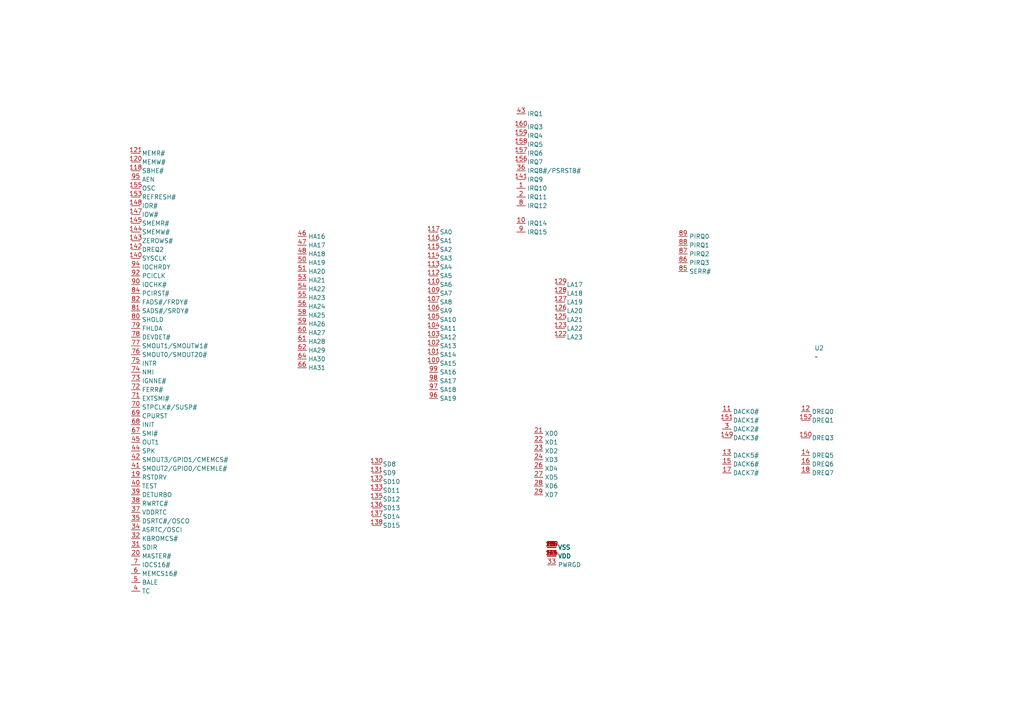
<source format=kicad_sch>
(kicad_sch (version 20250114) (generator "eeschema") (generator_version "9.0")
  (paper "A4")
  (lib_symbols
    (symbol "New_Library:85C497"
      (property "Reference" "U" (at 142.24 128.27 0))
      (symbol "85C497_0_0"
        (pin unspecified line (at 0 134.62 0) (length 2.54) (name "MEMR#") (number "121"))
        (pin unspecified line (at 0 132.08 0) (length 2.54) (name "MEMW#") (number "120"))
        (pin unspecified line (at 0 129.54 0) (length 2.54) (name "SBHE#") (number "118"))
        (pin unspecified line (at 0 127 0) (length 2.54) (name "AEN") (number "95"))
        (pin unspecified line (at 0 124.46 0) (length 2.54) (name "OSC") (number "155"))
        (pin unspecified line (at 0 121.92 0) (length 2.54) (name "REFRESH#") (number "153"))
        (pin unspecified line (at 0 119.38 0) (length 2.54) (name "IOR#") (number "148"))
        (pin unspecified line (at 0 116.84 0) (length 2.54) (name "IOW#") (number "147"))
        (pin unspecified line (at 0 114.3 0) (length 2.54) (name "SMEMR#") (number "145"))
        (pin unspecified line (at 0 111.76 0) (length 2.54) (name "SMEMW#") (number "144"))
        (pin unspecified line (at 0 109.22 0) (length 2.54) (name "ZEROWS#") (number "143"))
        (pin unspecified line (at 0 106.68 0) (length 2.54) (name "DREQ2") (number "142"))
        (pin unspecified line (at 0 104.14 0) (length 2.54) (name "SYSCLK") (number "140"))
        (pin unspecified line (at 0 101.6 0) (length 2.54) (name "IOCHRDY") (number "94"))
        (pin unspecified line (at 0 99.06 0) (length 2.54) (name "PCICLK") (number "92"))
        (pin unspecified line (at 0 96.52 0) (length 2.54) (name "IOCHK#") (number "90"))
        (pin unspecified line (at 0 93.98 0) (length 2.54) (name "PCIRST#") (number "84"))
        (pin unspecified line (at 0 91.44 0) (length 2.54) (name "FADS#/FRDY#") (number "82"))
        (pin unspecified line (at 0 88.9 0) (length 2.54) (name "SADS#/SRDY#") (number "81"))
        (pin unspecified line (at 0 86.36 0) (length 2.54) (name "SHOLD") (number "80"))
        (pin unspecified line (at 0 83.82 0) (length 2.54) (name "FHLDA") (number "79"))
        (pin unspecified line (at 0 81.28 0) (length 2.54) (name "DEVDET#") (number "78"))
        (pin unspecified line (at 0 78.74 0) (length 2.54) (name "SMOUT1/SMOUTW1#") (number "77"))
        (pin unspecified line (at 0 76.2 0) (length 2.54) (name "SMOUT0/SMOUT20#") (number "76"))
        (pin unspecified line (at 0 73.66 0) (length 2.54) (name "INTR") (number "75"))
        (pin unspecified line (at 0 71.12 0) (length 2.54) (name "NMI") (number "74"))
        (pin unspecified line (at 0 68.58 0) (length 2.54) (name "IGNNE#") (number "73"))
        (pin unspecified line (at 0 66.04 0) (length 2.54) (name "FERR#") (number "72"))
        (pin unspecified line (at 0 63.5 0) (length 2.54) (name "EXTSMI#") (number "71"))
        (pin unspecified line (at 0 60.96 0) (length 2.54) (name "STPCLK#/SUSP#") (number "70"))
        (pin unspecified line (at 0 58.42 0) (length 2.54) (name "CPURST") (number "69"))
        (pin unspecified line (at 0 55.88 0) (length 2.54) (name "INIT") (number "68"))
        (pin unspecified line (at 0 53.34 0) (length 2.54) (name "SMI#") (number "67"))
        (pin unspecified line (at 0 50.8 0) (length 2.54) (name "OUT1") (number "45"))
        (pin unspecified line (at 0 48.26 0) (length 2.54) (name "SPK") (number "44"))
        (pin unspecified line (at 0 45.72 0) (length 2.54) (name "SMOUT3/GPIO1/CMEMCS#") (number "42"))
        (pin unspecified line (at 0 43.18 0) (length 2.54) (name "SMOUT2/GPIO0/CMEMLE#") (number "41"))
        (pin unspecified line (at 0 40.64 0) (length 2.54) (name "RSTDRV") (number "19"))
        (pin unspecified line (at 0 38.1 0) (length 2.54) (name "TEST") (number "40"))
        (pin unspecified line (at 0 35.56 0) (length 2.54) (name "DETURBO") (number "39"))
        (pin unspecified line (at 0 33.02 0) (length 2.54) (name "RWRTC#") (number "38"))
        (pin unspecified line (at 0 30.48 0) (length 2.54) (name "VDDRTC") (number "37"))
        (pin unspecified line (at 0 27.94 0) (length 2.54) (name "DSRTC#/OSCO") (number "35"))
        (pin unspecified line (at 0 25.4 0) (length 2.54) (name "ASRTC/OSCI") (number "34"))
        (pin unspecified line (at 0 22.86 0) (length 2.54) (name "KBROMCS#") (number "32"))
        (pin unspecified line (at 0 20.32 0) (length 2.54) (name "SDIR") (number "31"))
        (pin unspecified line (at 0 17.78 0) (length 2.54) (name "MASTER#") (number "20"))
        (pin unspecified line (at 0 15.24 0) (length 2.54) (name "IOCS16#") (number "7"))
        (pin unspecified line (at 0 12.7 0) (length 2.54) (name "MEMCS16#") (number "6"))
        (pin unspecified line (at 0 10.16 0) (length 2.54) (name "BALE") (number "5"))
        (pin unspecified line (at 0 7.62 0) (length 2.54) (name "TC") (number "4"))
        (pin unspecified line (at 48.26 110.49 0) (length 2.54) (name "HA16") (number "46"))
        (pin unspecified line (at 48.26 107.95 0) (length 2.54) (name "HA17") (number "47"))
        (pin unspecified line (at 48.26 105.41 0) (length 2.54) (name "HA18") (number "48"))
        (pin unspecified line (at 48.26 102.87 0) (length 2.54) (name "HA19") (number "50"))
        (pin unspecified line (at 48.26 100.33 0) (length 2.54) (name "HA20") (number "51"))
        (pin unspecified line (at 48.26 97.79 0) (length 2.54) (name "HA21") (number "53"))
        (pin unspecified line (at 48.26 95.25 0) (length 2.54) (name "HA22") (number "54"))
        (pin unspecified line (at 48.26 92.71 0) (length 2.54) (name "HA23") (number "55"))
        (pin unspecified line (at 48.26 90.17 0) (length 2.54) (name "HA24") (number "56"))
        (pin unspecified line (at 48.26 87.63 0) (length 2.54) (name "HA25") (number "58"))
        (pin unspecified line (at 48.26 85.09 0) (length 2.54) (name "HA26") (number "59"))
        (pin unspecified line (at 48.26 82.55 0) (length 2.54) (name "HA27") (number "60"))
        (pin unspecified line (at 48.26 80.01 0) (length 2.54) (name "HA28") (number "61"))
        (pin unspecified line (at 48.26 77.47 0) (length 2.54) (name "HA29") (number "62"))
        (pin unspecified line (at 48.26 74.93 0) (length 2.54) (name "HA30") (number "64"))
        (pin unspecified line (at 48.26 72.39 0) (length 2.54) (name "HA31") (number "66"))
        (pin unspecified line (at 69.85 44.45 0) (length 2.54) (name "SD8") (number "130"))
        (pin unspecified line (at 69.85 41.91 0) (length 2.54) (name "SD9") (number "131"))
        (pin unspecified line (at 69.85 39.37 0) (length 2.54) (name "SD10") (number "132"))
        (pin unspecified line (at 69.85 36.83 0) (length 2.54) (name "SD11") (number "133"))
        (pin unspecified line (at 69.85 34.29 0) (length 2.54) (name "SD12") (number "135"))
        (pin unspecified line (at 69.85 31.75 0) (length 2.54) (name "SD13") (number "136"))
        (pin unspecified line (at 69.85 29.21 0) (length 2.54) (name "SD14") (number "137"))
        (pin unspecified line (at 69.85 26.67 0) (length 2.54) (name "SD15") (number "138"))
        (pin unspecified line (at 86.36 111.76 0) (length 2.54) (name "SA0") (number "117"))
        (pin unspecified line (at 86.36 109.22 0) (length 2.54) (name "SA1") (number "116"))
        (pin unspecified line (at 86.36 106.68 0) (length 2.54) (name "SA2") (number "115"))
        (pin unspecified line (at 86.36 104.14 0) (length 2.54) (name "SA3") (number "114"))
        (pin unspecified line (at 86.36 101.6 0) (length 2.54) (name "SA4") (number "113"))
        (pin unspecified line (at 86.36 99.06 0) (length 2.54) (name "SA5") (number "112"))
        (pin unspecified line (at 86.36 96.52 0) (length 2.54) (name "SA6") (number "110"))
        (pin unspecified line (at 86.36 93.98 0) (length 2.54) (name "SA7") (number "109"))
        (pin unspecified line (at 86.36 91.44 0) (length 2.54) (name "SA8") (number "107"))
        (pin unspecified line (at 86.36 88.9 0) (length 2.54) (name "SA9") (number "106"))
        (pin unspecified line (at 86.36 86.36 0) (length 2.54) (name "SA10") (number "105"))
        (pin unspecified line (at 86.36 83.82 0) (length 2.54) (name "SA11") (number "104"))
        (pin unspecified line (at 86.36 81.28 0) (length 2.54) (name "SA12") (number "103"))
        (pin unspecified line (at 86.36 78.74 0) (length 2.54) (name "SA13") (number "102"))
        (pin unspecified line (at 86.36 76.2 0) (length 2.54) (name "SA14") (number "101"))
        (pin unspecified line (at 86.36 73.66 0) (length 2.54) (name "SA15") (number "100"))
        (pin unspecified line (at 86.36 71.12 0) (length 2.54) (name "SA16") (number "99"))
        (pin unspecified line (at 86.36 68.58 0) (length 2.54) (name "SA17") (number "98"))
        (pin unspecified line (at 86.36 66.04 0) (length 2.54) (name "SA18") (number "97"))
        (pin unspecified line (at 86.36 63.5 0) (length 2.54) (name "SA19") (number "96"))
        (pin unspecified line (at 111.76 146.05 0) (length 2.54) (name "IRQ1") (number "43"))
        (pin unspecified line (at 111.76 142.24 0) (length 2.54) (name "IRQ3") (number "160"))
        (pin unspecified line (at 111.76 139.7 0) (length 2.54) (name "IRQ4") (number "159"))
        (pin unspecified line (at 111.76 137.16 0) (length 2.54) (name "IRQ5") (number "158"))
        (pin unspecified line (at 111.76 134.62 0) (length 2.54) (name "IRQ6") (number "157"))
        (pin unspecified line (at 111.76 132.08 0) (length 2.54) (name "IRQ7") (number "156"))
        (pin unspecified line (at 111.76 129.54 0) (length 2.54) (name "IRQ8#/PSRSTB#") (number "36"))
        (pin unspecified line (at 111.76 127 0) (length 2.54) (name "IRQ9") (number "141"))
        (pin unspecified line (at 111.76 124.46 0) (length 2.54) (name "IRQ10") (number "1"))
        (pin unspecified line (at 111.76 121.92 0) (length 2.54) (name "IRQ11") (number "2"))
        (pin unspecified line (at 111.76 119.38 0) (length 2.54) (name "IRQ12") (number "8"))
        (pin unspecified line (at 111.76 114.3 0) (length 2.54) (name "IRQ14") (number "10"))
        (pin unspecified line (at 111.76 111.76 0) (length 2.54) (name "IRQ15") (number "9"))
        (pin unspecified line (at 116.84 53.34 0) (length 2.54) (name "XD0") (number "21"))
        (pin unspecified line (at 116.84 50.8 0) (length 2.54) (name "XD1") (number "22"))
        (pin unspecified line (at 116.84 48.26 0) (length 2.54) (name "XD2") (number "23"))
        (pin unspecified line (at 116.84 45.72 0) (length 2.54) (name "XD3") (number "24"))
        (pin unspecified line (at 116.84 43.18 0) (length 2.54) (name "XD4") (number "26"))
        (pin unspecified line (at 116.84 40.64 0) (length 2.54) (name "XD5") (number "27"))
        (pin unspecified line (at 116.84 38.1 0) (length 2.54) (name "XD6") (number "28"))
        (pin unspecified line (at 116.84 35.56 0) (length 2.54) (name "XD7") (number "29"))
        (pin unspecified line (at 120.65 20.32 0) (length 2.54) (name "VSS") (number "108"))
        (pin unspecified line (at 120.65 20.32 0) (length 2.54) (name "VSS") (number "119"))
        (pin unspecified line (at 120.65 20.32 0) (length 2.54) (name "VSS") (number "134"))
        (pin unspecified line (at 120.65 20.32 0) (length 2.54) (name "VSS") (number "139"))
        (pin unspecified line (at 120.65 20.32 0) (length 2.54) (name "VSS") (number "154"))
        (pin unspecified line (at 120.65 20.32 0) (length 2.54) (name "VSS") (number "30"))
        (pin unspecified line (at 120.65 20.32 0) (length 2.54) (name "VSS") (number "49"))
        (pin unspecified line (at 120.65 20.32 0) (length 2.54) (name "VSS") (number "57"))
        (pin unspecified line (at 120.65 20.32 0) (length 2.54) (name "VSS") (number "65"))
        (pin unspecified line (at 120.65 20.32 0) (length 2.54) (name "VSS") (number "83"))
        (pin unspecified line (at 120.65 20.32 0) (length 2.54) (name "VSS") (number "91"))
        (pin unspecified line (at 120.65 17.78 0) (length 2.54) (name "VDD") (number "111"))
        (pin unspecified line (at 120.65 17.78 0) (length 2.54) (name "VDD") (number "124"))
        (pin unspecified line (at 120.65 17.78 0) (length 2.54) (name "VDD") (number "146"))
        (pin unspecified line (at 120.65 17.78 0) (length 2.54) (name "VDD") (number "25"))
        (pin unspecified line (at 120.65 17.78 0) (length 2.54) (name "VDD") (number "52"))
        (pin unspecified line (at 120.65 17.78 0) (length 2.54) (name "VDD") (number "63"))
        (pin unspecified line (at 120.65 17.78 0) (length 2.54) (name "VDD") (number "93"))
        (pin unspecified line (at 120.65 15.24 0) (length 2.54) (name "PWRGD") (number "33"))
        (pin unspecified line (at 123.19 96.52 0) (length 2.54) (name "LA17") (number "129"))
        (pin unspecified line (at 123.19 93.98 0) (length 2.54) (name "LA18") (number "128"))
        (pin unspecified line (at 123.19 91.44 0) (length 2.54) (name "LA19") (number "127"))
        (pin unspecified line (at 123.19 88.9 0) (length 2.54) (name "LA20") (number "126"))
        (pin unspecified line (at 123.19 86.36 0) (length 2.54) (name "LA21") (number "125"))
        (pin unspecified line (at 123.19 83.82 0) (length 2.54) (name "LA22") (number "123"))
        (pin unspecified line (at 123.19 81.28 0) (length 2.54) (name "LA23") (number "122"))
        (pin unspecified line (at 158.75 110.49 0) (length 2.54) (name "PIRQ0") (number "89"))
        (pin unspecified line (at 158.75 107.95 0) (length 2.54) (name "PIRQ1") (number "88"))
        (pin unspecified line (at 158.75 105.41 0) (length 2.54) (name "PIRQ2") (number "87"))
        (pin unspecified line (at 158.75 102.87 0) (length 2.54) (name "PIRQ3") (number "86"))
        (pin unspecified line (at 158.75 100.33 0) (length 2.54) (name "SERR#") (number "85"))
        (pin unspecified line (at 171.45 59.69 0) (length 2.54) (name "DACK0#") (number "11"))
        (pin unspecified line (at 171.45 57.15 0) (length 2.54) (name "DACK1#") (number "151"))
        (pin unspecified line (at 171.45 54.61 0) (length 2.54) (name "DACK2#") (number "3"))
        (pin unspecified line (at 171.45 52.07 0) (length 2.54) (name "DACK3#") (number "149"))
        (pin unspecified line (at 171.45 46.99 0) (length 2.54) (name "DACK5#") (number "13"))
        (pin unspecified line (at 171.45 44.45 0) (length 2.54) (name "DACK6#") (number "15"))
        (pin unspecified line (at 171.45 41.91 0) (length 2.54) (name "DACK7#") (number "17"))
        (pin unspecified line (at 194.31 59.69 0) (length 2.54) (name "DREQ0") (number "12"))
        (pin unspecified line (at 194.31 57.15 0) (length 2.54) (name "DREQ1") (number "152"))
        (pin unspecified line (at 194.31 52.07 0) (length 2.54) (name "DREQ3") (number "150"))
        (pin unspecified line (at 194.31 46.99 0) (length 2.54) (name "DREQ5") (number "14"))
        (pin unspecified line (at 194.31 44.45 0) (length 2.54) (name "DREQ6") (number "16"))
        (pin unspecified line (at 194.31 41.91 0) (length 2.54) (name "DREQ7") (number "18"))
      )
    )
  )
  (symbol (lib_id "New_Library:85C497") (at 38.1 179.07 0) (unit 1)
    (property "Reference" "U2" (at 236.22 100.9649 0) (effects (justify left)))
    (property "Value" "~" (at 236.22 103.5049 0) (effects (justify left)))
    (property "Footprint" "Library:85C497" (effects (hide yes)))
  )
)
</source>
